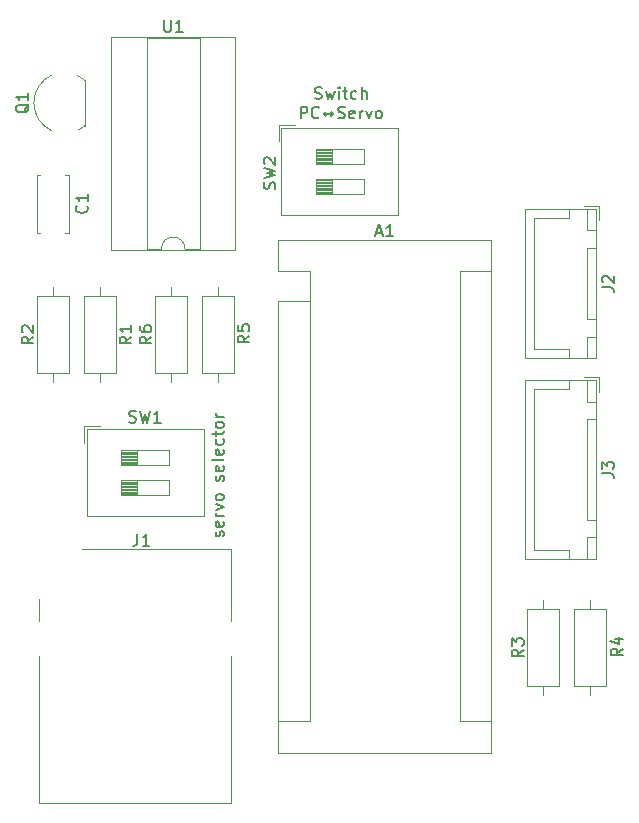
<source format=gto>
G04 #@! TF.GenerationSoftware,KiCad,Pcbnew,(5.1.5)-2*
G04 #@! TF.CreationDate,2020-02-28T16:04:00+09:00*
G04 #@! TF.ProjectId,circuit_master_ver.2.0.0,63697263-7569-4745-9f6d-61737465725f,rev?*
G04 #@! TF.SameCoordinates,Original*
G04 #@! TF.FileFunction,Legend,Top*
G04 #@! TF.FilePolarity,Positive*
%FSLAX46Y46*%
G04 Gerber Fmt 4.6, Leading zero omitted, Abs format (unit mm)*
G04 Created by KiCad (PCBNEW (5.1.5)-2) date 2020-02-28 16:04:00*
%MOMM*%
%LPD*%
G04 APERTURE LIST*
%ADD10C,0.150000*%
%ADD11C,0.120000*%
G04 APERTURE END LIST*
D10*
X53404761Y-155666666D02*
X53452380Y-155571428D01*
X53452380Y-155380952D01*
X53404761Y-155285714D01*
X53309523Y-155238095D01*
X53261904Y-155238095D01*
X53166666Y-155285714D01*
X53119047Y-155380952D01*
X53119047Y-155523809D01*
X53071428Y-155619047D01*
X52976190Y-155666666D01*
X52928571Y-155666666D01*
X52833333Y-155619047D01*
X52785714Y-155523809D01*
X52785714Y-155380952D01*
X52833333Y-155285714D01*
X53404761Y-154428571D02*
X53452380Y-154523809D01*
X53452380Y-154714285D01*
X53404761Y-154809523D01*
X53309523Y-154857142D01*
X52928571Y-154857142D01*
X52833333Y-154809523D01*
X52785714Y-154714285D01*
X52785714Y-154523809D01*
X52833333Y-154428571D01*
X52928571Y-154380952D01*
X53023809Y-154380952D01*
X53119047Y-154857142D01*
X53452380Y-153952380D02*
X52785714Y-153952380D01*
X52976190Y-153952380D02*
X52880952Y-153904761D01*
X52833333Y-153857142D01*
X52785714Y-153761904D01*
X52785714Y-153666666D01*
X52785714Y-153428571D02*
X53452380Y-153190476D01*
X52785714Y-152952380D01*
X53452380Y-152428571D02*
X53404761Y-152523809D01*
X53357142Y-152571428D01*
X53261904Y-152619047D01*
X52976190Y-152619047D01*
X52880952Y-152571428D01*
X52833333Y-152523809D01*
X52785714Y-152428571D01*
X52785714Y-152285714D01*
X52833333Y-152190476D01*
X52880952Y-152142857D01*
X52976190Y-152095238D01*
X53261904Y-152095238D01*
X53357142Y-152142857D01*
X53404761Y-152190476D01*
X53452380Y-152285714D01*
X53452380Y-152428571D01*
X53404761Y-150952380D02*
X53452380Y-150857142D01*
X53452380Y-150666666D01*
X53404761Y-150571428D01*
X53309523Y-150523809D01*
X53261904Y-150523809D01*
X53166666Y-150571428D01*
X53119047Y-150666666D01*
X53119047Y-150809523D01*
X53071428Y-150904761D01*
X52976190Y-150952380D01*
X52928571Y-150952380D01*
X52833333Y-150904761D01*
X52785714Y-150809523D01*
X52785714Y-150666666D01*
X52833333Y-150571428D01*
X53404761Y-149714285D02*
X53452380Y-149809523D01*
X53452380Y-150000000D01*
X53404761Y-150095238D01*
X53309523Y-150142857D01*
X52928571Y-150142857D01*
X52833333Y-150095238D01*
X52785714Y-150000000D01*
X52785714Y-149809523D01*
X52833333Y-149714285D01*
X52928571Y-149666666D01*
X53023809Y-149666666D01*
X53119047Y-150142857D01*
X53452380Y-149095238D02*
X53404761Y-149190476D01*
X53309523Y-149238095D01*
X52452380Y-149238095D01*
X53404761Y-148333333D02*
X53452380Y-148428571D01*
X53452380Y-148619047D01*
X53404761Y-148714285D01*
X53309523Y-148761904D01*
X52928571Y-148761904D01*
X52833333Y-148714285D01*
X52785714Y-148619047D01*
X52785714Y-148428571D01*
X52833333Y-148333333D01*
X52928571Y-148285714D01*
X53023809Y-148285714D01*
X53119047Y-148761904D01*
X53404761Y-147428571D02*
X53452380Y-147523809D01*
X53452380Y-147714285D01*
X53404761Y-147809523D01*
X53357142Y-147857142D01*
X53261904Y-147904761D01*
X52976190Y-147904761D01*
X52880952Y-147857142D01*
X52833333Y-147809523D01*
X52785714Y-147714285D01*
X52785714Y-147523809D01*
X52833333Y-147428571D01*
X52785714Y-147142857D02*
X52785714Y-146761904D01*
X52452380Y-147000000D02*
X53309523Y-147000000D01*
X53404761Y-146952380D01*
X53452380Y-146857142D01*
X53452380Y-146761904D01*
X53452380Y-146285714D02*
X53404761Y-146380952D01*
X53357142Y-146428571D01*
X53261904Y-146476190D01*
X52976190Y-146476190D01*
X52880952Y-146428571D01*
X52833333Y-146380952D01*
X52785714Y-146285714D01*
X52785714Y-146142857D01*
X52833333Y-146047619D01*
X52880952Y-146000000D01*
X52976190Y-145952380D01*
X53261904Y-145952380D01*
X53357142Y-146000000D01*
X53404761Y-146047619D01*
X53452380Y-146142857D01*
X53452380Y-146285714D01*
X53452380Y-145523809D02*
X52785714Y-145523809D01*
X52976190Y-145523809D02*
X52880952Y-145476190D01*
X52833333Y-145428571D01*
X52785714Y-145333333D01*
X52785714Y-145238095D01*
X61185714Y-118579761D02*
X61328571Y-118627380D01*
X61566666Y-118627380D01*
X61661904Y-118579761D01*
X61709523Y-118532142D01*
X61757142Y-118436904D01*
X61757142Y-118341666D01*
X61709523Y-118246428D01*
X61661904Y-118198809D01*
X61566666Y-118151190D01*
X61376190Y-118103571D01*
X61280952Y-118055952D01*
X61233333Y-118008333D01*
X61185714Y-117913095D01*
X61185714Y-117817857D01*
X61233333Y-117722619D01*
X61280952Y-117675000D01*
X61376190Y-117627380D01*
X61614285Y-117627380D01*
X61757142Y-117675000D01*
X62090476Y-117960714D02*
X62280952Y-118627380D01*
X62471428Y-118151190D01*
X62661904Y-118627380D01*
X62852380Y-117960714D01*
X63233333Y-118627380D02*
X63233333Y-117960714D01*
X63233333Y-117627380D02*
X63185714Y-117675000D01*
X63233333Y-117722619D01*
X63280952Y-117675000D01*
X63233333Y-117627380D01*
X63233333Y-117722619D01*
X63566666Y-117960714D02*
X63947619Y-117960714D01*
X63709523Y-117627380D02*
X63709523Y-118484523D01*
X63757142Y-118579761D01*
X63852380Y-118627380D01*
X63947619Y-118627380D01*
X64709523Y-118579761D02*
X64614285Y-118627380D01*
X64423809Y-118627380D01*
X64328571Y-118579761D01*
X64280952Y-118532142D01*
X64233333Y-118436904D01*
X64233333Y-118151190D01*
X64280952Y-118055952D01*
X64328571Y-118008333D01*
X64423809Y-117960714D01*
X64614285Y-117960714D01*
X64709523Y-118008333D01*
X65138095Y-118627380D02*
X65138095Y-117627380D01*
X65566666Y-118627380D02*
X65566666Y-118103571D01*
X65519047Y-118008333D01*
X65423809Y-117960714D01*
X65280952Y-117960714D01*
X65185714Y-118008333D01*
X65138095Y-118055952D01*
X59971428Y-120277380D02*
X59971428Y-119277380D01*
X60352380Y-119277380D01*
X60447619Y-119325000D01*
X60495238Y-119372619D01*
X60542857Y-119467857D01*
X60542857Y-119610714D01*
X60495238Y-119705952D01*
X60447619Y-119753571D01*
X60352380Y-119801190D01*
X59971428Y-119801190D01*
X61542857Y-120182142D02*
X61495238Y-120229761D01*
X61352380Y-120277380D01*
X61257142Y-120277380D01*
X61114285Y-120229761D01*
X61019047Y-120134523D01*
X60971428Y-120039285D01*
X60923809Y-119848809D01*
X60923809Y-119705952D01*
X60971428Y-119515476D01*
X61019047Y-119420238D01*
X61114285Y-119325000D01*
X61257142Y-119277380D01*
X61352380Y-119277380D01*
X61495238Y-119325000D01*
X61542857Y-119372619D01*
X61971428Y-119896428D02*
X62733333Y-119896428D01*
X62542857Y-120086904D02*
X62733333Y-119896428D01*
X62542857Y-119705952D01*
X62161904Y-119705952D02*
X61971428Y-119896428D01*
X62161904Y-120086904D01*
X63161904Y-120229761D02*
X63304761Y-120277380D01*
X63542857Y-120277380D01*
X63638095Y-120229761D01*
X63685714Y-120182142D01*
X63733333Y-120086904D01*
X63733333Y-119991666D01*
X63685714Y-119896428D01*
X63638095Y-119848809D01*
X63542857Y-119801190D01*
X63352380Y-119753571D01*
X63257142Y-119705952D01*
X63209523Y-119658333D01*
X63161904Y-119563095D01*
X63161904Y-119467857D01*
X63209523Y-119372619D01*
X63257142Y-119325000D01*
X63352380Y-119277380D01*
X63590476Y-119277380D01*
X63733333Y-119325000D01*
X64542857Y-120229761D02*
X64447619Y-120277380D01*
X64257142Y-120277380D01*
X64161904Y-120229761D01*
X64114285Y-120134523D01*
X64114285Y-119753571D01*
X64161904Y-119658333D01*
X64257142Y-119610714D01*
X64447619Y-119610714D01*
X64542857Y-119658333D01*
X64590476Y-119753571D01*
X64590476Y-119848809D01*
X64114285Y-119944047D01*
X65019047Y-120277380D02*
X65019047Y-119610714D01*
X65019047Y-119801190D02*
X65066666Y-119705952D01*
X65114285Y-119658333D01*
X65209523Y-119610714D01*
X65304761Y-119610714D01*
X65542857Y-119610714D02*
X65780952Y-120277380D01*
X66019047Y-119610714D01*
X66542857Y-120277380D02*
X66447619Y-120229761D01*
X66400000Y-120182142D01*
X66352380Y-120086904D01*
X66352380Y-119801190D01*
X66400000Y-119705952D01*
X66447619Y-119658333D01*
X66542857Y-119610714D01*
X66685714Y-119610714D01*
X66780952Y-119658333D01*
X66828571Y-119705952D01*
X66876190Y-119801190D01*
X66876190Y-120086904D01*
X66828571Y-120182142D01*
X66780952Y-120229761D01*
X66685714Y-120277380D01*
X66542857Y-120277380D01*
D11*
X60770000Y-135770000D02*
X60770000Y-133230000D01*
X60770000Y-133230000D02*
X58100000Y-133230000D01*
X58100000Y-135770000D02*
X58100000Y-174000000D01*
X58100000Y-130560000D02*
X58100000Y-133230000D01*
X73470000Y-133230000D02*
X76140000Y-133230000D01*
X73470000Y-133230000D02*
X73470000Y-171330000D01*
X73470000Y-171330000D02*
X76140000Y-171330000D01*
X60770000Y-135770000D02*
X58100000Y-135770000D01*
X60770000Y-135770000D02*
X60770000Y-171330000D01*
X60770000Y-171330000D02*
X58100000Y-171330000D01*
X58100000Y-174000000D02*
X76140000Y-174000000D01*
X76140000Y-174000000D02*
X76140000Y-130560000D01*
X76140000Y-130560000D02*
X58100000Y-130560000D01*
X40370000Y-125030000D02*
X40370000Y-129970000D01*
X37630000Y-125030000D02*
X37630000Y-129970000D01*
X40370000Y-125030000D02*
X40055000Y-125030000D01*
X37945000Y-125030000D02*
X37630000Y-125030000D01*
X40370000Y-129970000D02*
X40055000Y-129970000D01*
X37945000Y-129970000D02*
X37630000Y-129970000D01*
X41500000Y-156690000D02*
X54060000Y-156690000D01*
X54060000Y-156690000D02*
X54060000Y-162810000D01*
X37830000Y-161000000D02*
X37830000Y-162810000D01*
X37830000Y-165800000D02*
X37830000Y-178210000D01*
X54060000Y-178210000D02*
X37830000Y-178210000D01*
X54060000Y-165790000D02*
X54060000Y-178210000D01*
X84960000Y-127940000D02*
X78990000Y-127940000D01*
X78990000Y-127940000D02*
X78990000Y-140560000D01*
X78990000Y-140560000D02*
X84960000Y-140560000D01*
X84960000Y-140560000D02*
X84960000Y-127940000D01*
X84950000Y-131250000D02*
X84200000Y-131250000D01*
X84200000Y-131250000D02*
X84200000Y-137250000D01*
X84200000Y-137250000D02*
X84950000Y-137250000D01*
X84950000Y-137250000D02*
X84950000Y-131250000D01*
X84950000Y-127950000D02*
X84200000Y-127950000D01*
X84200000Y-127950000D02*
X84200000Y-129750000D01*
X84200000Y-129750000D02*
X84950000Y-129750000D01*
X84950000Y-129750000D02*
X84950000Y-127950000D01*
X84950000Y-138750000D02*
X84200000Y-138750000D01*
X84200000Y-138750000D02*
X84200000Y-140550000D01*
X84200000Y-140550000D02*
X84950000Y-140550000D01*
X84950000Y-140550000D02*
X84950000Y-138750000D01*
X82700000Y-127950000D02*
X82700000Y-128700000D01*
X82700000Y-128700000D02*
X79750000Y-128700000D01*
X79750000Y-128700000D02*
X79750000Y-134250000D01*
X82700000Y-140550000D02*
X82700000Y-139800000D01*
X82700000Y-139800000D02*
X79750000Y-139800000D01*
X79750000Y-139800000D02*
X79750000Y-134250000D01*
X85250000Y-128900000D02*
X85250000Y-127650000D01*
X85250000Y-127650000D02*
X84000000Y-127650000D01*
X84960000Y-142440000D02*
X78990000Y-142440000D01*
X78990000Y-142440000D02*
X78990000Y-157560000D01*
X78990000Y-157560000D02*
X84960000Y-157560000D01*
X84960000Y-157560000D02*
X84960000Y-142440000D01*
X84950000Y-145750000D02*
X84200000Y-145750000D01*
X84200000Y-145750000D02*
X84200000Y-154250000D01*
X84200000Y-154250000D02*
X84950000Y-154250000D01*
X84950000Y-154250000D02*
X84950000Y-145750000D01*
X84950000Y-142450000D02*
X84200000Y-142450000D01*
X84200000Y-142450000D02*
X84200000Y-144250000D01*
X84200000Y-144250000D02*
X84950000Y-144250000D01*
X84950000Y-144250000D02*
X84950000Y-142450000D01*
X84950000Y-155750000D02*
X84200000Y-155750000D01*
X84200000Y-155750000D02*
X84200000Y-157550000D01*
X84200000Y-157550000D02*
X84950000Y-157550000D01*
X84950000Y-157550000D02*
X84950000Y-155750000D01*
X82700000Y-142450000D02*
X82700000Y-143200000D01*
X82700000Y-143200000D02*
X79750000Y-143200000D01*
X79750000Y-143200000D02*
X79750000Y-150000000D01*
X82700000Y-157550000D02*
X82700000Y-156800000D01*
X82700000Y-156800000D02*
X79750000Y-156800000D01*
X79750000Y-156800000D02*
X79750000Y-150000000D01*
X85250000Y-143400000D02*
X85250000Y-142150000D01*
X85250000Y-142150000D02*
X84000000Y-142150000D01*
X41700000Y-120900000D02*
X41700000Y-117050000D01*
X41122045Y-121282631D02*
G75*
G03X41700000Y-120900000I-1122045J2322631D01*
G01*
X38901193Y-121316400D02*
G75*
G02X37400000Y-118960000I1098807J2356400D01*
G01*
X38901193Y-116603600D02*
G75*
G03X37400000Y-118960000I1098807J-2356400D01*
G01*
X41112264Y-116657617D02*
G75*
G02X41700000Y-117050000I-1112264J-2302383D01*
G01*
X41630000Y-141850000D02*
X44370000Y-141850000D01*
X44370000Y-141850000D02*
X44370000Y-135310000D01*
X44370000Y-135310000D02*
X41630000Y-135310000D01*
X41630000Y-135310000D02*
X41630000Y-141850000D01*
X43000000Y-142620000D02*
X43000000Y-141850000D01*
X43000000Y-134540000D02*
X43000000Y-135310000D01*
X39000000Y-134540000D02*
X39000000Y-135310000D01*
X39000000Y-142620000D02*
X39000000Y-141850000D01*
X37630000Y-135310000D02*
X37630000Y-141850000D01*
X40370000Y-135310000D02*
X37630000Y-135310000D01*
X40370000Y-141850000D02*
X40370000Y-135310000D01*
X37630000Y-141850000D02*
X40370000Y-141850000D01*
X80500000Y-169120000D02*
X80500000Y-168350000D01*
X80500000Y-161040000D02*
X80500000Y-161810000D01*
X81870000Y-168350000D02*
X81870000Y-161810000D01*
X79130000Y-168350000D02*
X81870000Y-168350000D01*
X79130000Y-161810000D02*
X79130000Y-168350000D01*
X81870000Y-161810000D02*
X79130000Y-161810000D01*
X83130000Y-168350000D02*
X85870000Y-168350000D01*
X85870000Y-168350000D02*
X85870000Y-161810000D01*
X85870000Y-161810000D02*
X83130000Y-161810000D01*
X83130000Y-161810000D02*
X83130000Y-168350000D01*
X84500000Y-169120000D02*
X84500000Y-168350000D01*
X84500000Y-161040000D02*
X84500000Y-161810000D01*
X53000000Y-134540000D02*
X53000000Y-135310000D01*
X53000000Y-142620000D02*
X53000000Y-141850000D01*
X51630000Y-135310000D02*
X51630000Y-141850000D01*
X54370000Y-135310000D02*
X51630000Y-135310000D01*
X54370000Y-141850000D02*
X54370000Y-135310000D01*
X51630000Y-141850000D02*
X54370000Y-141850000D01*
X50370000Y-135310000D02*
X47630000Y-135310000D01*
X47630000Y-135310000D02*
X47630000Y-141850000D01*
X47630000Y-141850000D02*
X50370000Y-141850000D01*
X50370000Y-141850000D02*
X50370000Y-135310000D01*
X49000000Y-134540000D02*
X49000000Y-135310000D01*
X49000000Y-142620000D02*
X49000000Y-141850000D01*
X41860000Y-146580000D02*
X51760000Y-146580000D01*
X41860000Y-153960000D02*
X51760000Y-153960000D01*
X41860000Y-146580000D02*
X41860000Y-153960000D01*
X51760000Y-146580000D02*
X51760000Y-153960000D01*
X41620000Y-146340000D02*
X43004000Y-146340000D01*
X41620000Y-146340000D02*
X41620000Y-147723000D01*
X44780000Y-148365000D02*
X44780000Y-149635000D01*
X44780000Y-149635000D02*
X48840000Y-149635000D01*
X48840000Y-149635000D02*
X48840000Y-148365000D01*
X48840000Y-148365000D02*
X44780000Y-148365000D01*
X44780000Y-148485000D02*
X46133333Y-148485000D01*
X44780000Y-148605000D02*
X46133333Y-148605000D01*
X44780000Y-148725000D02*
X46133333Y-148725000D01*
X44780000Y-148845000D02*
X46133333Y-148845000D01*
X44780000Y-148965000D02*
X46133333Y-148965000D01*
X44780000Y-149085000D02*
X46133333Y-149085000D01*
X44780000Y-149205000D02*
X46133333Y-149205000D01*
X44780000Y-149325000D02*
X46133333Y-149325000D01*
X44780000Y-149445000D02*
X46133333Y-149445000D01*
X44780000Y-149565000D02*
X46133333Y-149565000D01*
X46133333Y-148365000D02*
X46133333Y-149635000D01*
X44780000Y-150905000D02*
X44780000Y-152175000D01*
X44780000Y-152175000D02*
X48840000Y-152175000D01*
X48840000Y-152175000D02*
X48840000Y-150905000D01*
X48840000Y-150905000D02*
X44780000Y-150905000D01*
X44780000Y-151025000D02*
X46133333Y-151025000D01*
X44780000Y-151145000D02*
X46133333Y-151145000D01*
X44780000Y-151265000D02*
X46133333Y-151265000D01*
X44780000Y-151385000D02*
X46133333Y-151385000D01*
X44780000Y-151505000D02*
X46133333Y-151505000D01*
X44780000Y-151625000D02*
X46133333Y-151625000D01*
X44780000Y-151745000D02*
X46133333Y-151745000D01*
X44780000Y-151865000D02*
X46133333Y-151865000D01*
X44780000Y-151985000D02*
X46133333Y-151985000D01*
X44780000Y-152105000D02*
X46133333Y-152105000D01*
X46133333Y-150905000D02*
X46133333Y-152175000D01*
X62633333Y-125405000D02*
X62633333Y-126675000D01*
X61280000Y-126605000D02*
X62633333Y-126605000D01*
X61280000Y-126485000D02*
X62633333Y-126485000D01*
X61280000Y-126365000D02*
X62633333Y-126365000D01*
X61280000Y-126245000D02*
X62633333Y-126245000D01*
X61280000Y-126125000D02*
X62633333Y-126125000D01*
X61280000Y-126005000D02*
X62633333Y-126005000D01*
X61280000Y-125885000D02*
X62633333Y-125885000D01*
X61280000Y-125765000D02*
X62633333Y-125765000D01*
X61280000Y-125645000D02*
X62633333Y-125645000D01*
X61280000Y-125525000D02*
X62633333Y-125525000D01*
X65340000Y-125405000D02*
X61280000Y-125405000D01*
X65340000Y-126675000D02*
X65340000Y-125405000D01*
X61280000Y-126675000D02*
X65340000Y-126675000D01*
X61280000Y-125405000D02*
X61280000Y-126675000D01*
X62633333Y-122865000D02*
X62633333Y-124135000D01*
X61280000Y-124065000D02*
X62633333Y-124065000D01*
X61280000Y-123945000D02*
X62633333Y-123945000D01*
X61280000Y-123825000D02*
X62633333Y-123825000D01*
X61280000Y-123705000D02*
X62633333Y-123705000D01*
X61280000Y-123585000D02*
X62633333Y-123585000D01*
X61280000Y-123465000D02*
X62633333Y-123465000D01*
X61280000Y-123345000D02*
X62633333Y-123345000D01*
X61280000Y-123225000D02*
X62633333Y-123225000D01*
X61280000Y-123105000D02*
X62633333Y-123105000D01*
X61280000Y-122985000D02*
X62633333Y-122985000D01*
X65340000Y-122865000D02*
X61280000Y-122865000D01*
X65340000Y-124135000D02*
X65340000Y-122865000D01*
X61280000Y-124135000D02*
X65340000Y-124135000D01*
X61280000Y-122865000D02*
X61280000Y-124135000D01*
X58120000Y-120840000D02*
X58120000Y-122223000D01*
X58120000Y-120840000D02*
X59504000Y-120840000D01*
X68260000Y-121080000D02*
X68260000Y-128460000D01*
X58360000Y-121080000D02*
X58360000Y-128460000D01*
X58360000Y-128460000D02*
X68260000Y-128460000D01*
X58360000Y-121080000D02*
X68260000Y-121080000D01*
X48190000Y-131330000D02*
G75*
G02X50190000Y-131330000I1000000J0D01*
G01*
X50190000Y-131330000D02*
X51440000Y-131330000D01*
X51440000Y-131330000D02*
X51440000Y-113430000D01*
X51440000Y-113430000D02*
X46940000Y-113430000D01*
X46940000Y-113430000D02*
X46940000Y-131330000D01*
X46940000Y-131330000D02*
X48190000Y-131330000D01*
X54440000Y-131390000D02*
X54440000Y-113370000D01*
X54440000Y-113370000D02*
X43940000Y-113370000D01*
X43940000Y-113370000D02*
X43940000Y-131390000D01*
X43940000Y-131390000D02*
X54440000Y-131390000D01*
D10*
X66385714Y-129966666D02*
X66861904Y-129966666D01*
X66290476Y-130252380D02*
X66623809Y-129252380D01*
X66957142Y-130252380D01*
X67814285Y-130252380D02*
X67242857Y-130252380D01*
X67528571Y-130252380D02*
X67528571Y-129252380D01*
X67433333Y-129395238D01*
X67338095Y-129490476D01*
X67242857Y-129538095D01*
X41857142Y-127666666D02*
X41904761Y-127714285D01*
X41952380Y-127857142D01*
X41952380Y-127952380D01*
X41904761Y-128095238D01*
X41809523Y-128190476D01*
X41714285Y-128238095D01*
X41523809Y-128285714D01*
X41380952Y-128285714D01*
X41190476Y-128238095D01*
X41095238Y-128190476D01*
X41000000Y-128095238D01*
X40952380Y-127952380D01*
X40952380Y-127857142D01*
X41000000Y-127714285D01*
X41047619Y-127666666D01*
X41952380Y-126714285D02*
X41952380Y-127285714D01*
X41952380Y-127000000D02*
X40952380Y-127000000D01*
X41095238Y-127095238D01*
X41190476Y-127190476D01*
X41238095Y-127285714D01*
X46166666Y-155452380D02*
X46166666Y-156166666D01*
X46119047Y-156309523D01*
X46023809Y-156404761D01*
X45880952Y-156452380D01*
X45785714Y-156452380D01*
X47166666Y-156452380D02*
X46595238Y-156452380D01*
X46880952Y-156452380D02*
X46880952Y-155452380D01*
X46785714Y-155595238D01*
X46690476Y-155690476D01*
X46595238Y-155738095D01*
X85502380Y-134583333D02*
X86216666Y-134583333D01*
X86359523Y-134630952D01*
X86454761Y-134726190D01*
X86502380Y-134869047D01*
X86502380Y-134964285D01*
X85597619Y-134154761D02*
X85550000Y-134107142D01*
X85502380Y-134011904D01*
X85502380Y-133773809D01*
X85550000Y-133678571D01*
X85597619Y-133630952D01*
X85692857Y-133583333D01*
X85788095Y-133583333D01*
X85930952Y-133630952D01*
X86502380Y-134202380D01*
X86502380Y-133583333D01*
X85502380Y-150333333D02*
X86216666Y-150333333D01*
X86359523Y-150380952D01*
X86454761Y-150476190D01*
X86502380Y-150619047D01*
X86502380Y-150714285D01*
X85502380Y-149952380D02*
X85502380Y-149333333D01*
X85883333Y-149666666D01*
X85883333Y-149523809D01*
X85930952Y-149428571D01*
X85978571Y-149380952D01*
X86073809Y-149333333D01*
X86311904Y-149333333D01*
X86407142Y-149380952D01*
X86454761Y-149428571D01*
X86502380Y-149523809D01*
X86502380Y-149809523D01*
X86454761Y-149904761D01*
X86407142Y-149952380D01*
X36987619Y-119055238D02*
X36940000Y-119150476D01*
X36844761Y-119245714D01*
X36701904Y-119388571D01*
X36654285Y-119483809D01*
X36654285Y-119579047D01*
X36892380Y-119531428D02*
X36844761Y-119626666D01*
X36749523Y-119721904D01*
X36559047Y-119769523D01*
X36225714Y-119769523D01*
X36035238Y-119721904D01*
X35940000Y-119626666D01*
X35892380Y-119531428D01*
X35892380Y-119340952D01*
X35940000Y-119245714D01*
X36035238Y-119150476D01*
X36225714Y-119102857D01*
X36559047Y-119102857D01*
X36749523Y-119150476D01*
X36844761Y-119245714D01*
X36892380Y-119340952D01*
X36892380Y-119531428D01*
X36892380Y-118150476D02*
X36892380Y-118721904D01*
X36892380Y-118436190D02*
X35892380Y-118436190D01*
X36035238Y-118531428D01*
X36130476Y-118626666D01*
X36178095Y-118721904D01*
X45652380Y-138746666D02*
X45176190Y-139080000D01*
X45652380Y-139318095D02*
X44652380Y-139318095D01*
X44652380Y-138937142D01*
X44700000Y-138841904D01*
X44747619Y-138794285D01*
X44842857Y-138746666D01*
X44985714Y-138746666D01*
X45080952Y-138794285D01*
X45128571Y-138841904D01*
X45176190Y-138937142D01*
X45176190Y-139318095D01*
X45652380Y-137794285D02*
X45652380Y-138365714D01*
X45652380Y-138080000D02*
X44652380Y-138080000D01*
X44795238Y-138175238D01*
X44890476Y-138270476D01*
X44938095Y-138365714D01*
X37352380Y-138746666D02*
X36876190Y-139080000D01*
X37352380Y-139318095D02*
X36352380Y-139318095D01*
X36352380Y-138937142D01*
X36400000Y-138841904D01*
X36447619Y-138794285D01*
X36542857Y-138746666D01*
X36685714Y-138746666D01*
X36780952Y-138794285D01*
X36828571Y-138841904D01*
X36876190Y-138937142D01*
X36876190Y-139318095D01*
X36447619Y-138365714D02*
X36400000Y-138318095D01*
X36352380Y-138222857D01*
X36352380Y-137984761D01*
X36400000Y-137889523D01*
X36447619Y-137841904D01*
X36542857Y-137794285D01*
X36638095Y-137794285D01*
X36780952Y-137841904D01*
X37352380Y-138413333D01*
X37352380Y-137794285D01*
X78852380Y-165246666D02*
X78376190Y-165580000D01*
X78852380Y-165818095D02*
X77852380Y-165818095D01*
X77852380Y-165437142D01*
X77900000Y-165341904D01*
X77947619Y-165294285D01*
X78042857Y-165246666D01*
X78185714Y-165246666D01*
X78280952Y-165294285D01*
X78328571Y-165341904D01*
X78376190Y-165437142D01*
X78376190Y-165818095D01*
X77852380Y-164913333D02*
X77852380Y-164294285D01*
X78233333Y-164627619D01*
X78233333Y-164484761D01*
X78280952Y-164389523D01*
X78328571Y-164341904D01*
X78423809Y-164294285D01*
X78661904Y-164294285D01*
X78757142Y-164341904D01*
X78804761Y-164389523D01*
X78852380Y-164484761D01*
X78852380Y-164770476D01*
X78804761Y-164865714D01*
X78757142Y-164913333D01*
X87252380Y-165166666D02*
X86776190Y-165500000D01*
X87252380Y-165738095D02*
X86252380Y-165738095D01*
X86252380Y-165357142D01*
X86300000Y-165261904D01*
X86347619Y-165214285D01*
X86442857Y-165166666D01*
X86585714Y-165166666D01*
X86680952Y-165214285D01*
X86728571Y-165261904D01*
X86776190Y-165357142D01*
X86776190Y-165738095D01*
X86585714Y-164309523D02*
X87252380Y-164309523D01*
X86204761Y-164547619D02*
X86919047Y-164785714D01*
X86919047Y-164166666D01*
X55652380Y-138666666D02*
X55176190Y-139000000D01*
X55652380Y-139238095D02*
X54652380Y-139238095D01*
X54652380Y-138857142D01*
X54700000Y-138761904D01*
X54747619Y-138714285D01*
X54842857Y-138666666D01*
X54985714Y-138666666D01*
X55080952Y-138714285D01*
X55128571Y-138761904D01*
X55176190Y-138857142D01*
X55176190Y-139238095D01*
X54652380Y-137761904D02*
X54652380Y-138238095D01*
X55128571Y-138285714D01*
X55080952Y-138238095D01*
X55033333Y-138142857D01*
X55033333Y-137904761D01*
X55080952Y-137809523D01*
X55128571Y-137761904D01*
X55223809Y-137714285D01*
X55461904Y-137714285D01*
X55557142Y-137761904D01*
X55604761Y-137809523D01*
X55652380Y-137904761D01*
X55652380Y-138142857D01*
X55604761Y-138238095D01*
X55557142Y-138285714D01*
X47352380Y-138746666D02*
X46876190Y-139080000D01*
X47352380Y-139318095D02*
X46352380Y-139318095D01*
X46352380Y-138937142D01*
X46400000Y-138841904D01*
X46447619Y-138794285D01*
X46542857Y-138746666D01*
X46685714Y-138746666D01*
X46780952Y-138794285D01*
X46828571Y-138841904D01*
X46876190Y-138937142D01*
X46876190Y-139318095D01*
X46352380Y-137889523D02*
X46352380Y-138080000D01*
X46400000Y-138175238D01*
X46447619Y-138222857D01*
X46590476Y-138318095D01*
X46780952Y-138365714D01*
X47161904Y-138365714D01*
X47257142Y-138318095D01*
X47304761Y-138270476D01*
X47352380Y-138175238D01*
X47352380Y-137984761D01*
X47304761Y-137889523D01*
X47257142Y-137841904D01*
X47161904Y-137794285D01*
X46923809Y-137794285D01*
X46828571Y-137841904D01*
X46780952Y-137889523D01*
X46733333Y-137984761D01*
X46733333Y-138175238D01*
X46780952Y-138270476D01*
X46828571Y-138318095D01*
X46923809Y-138365714D01*
X45476666Y-145984761D02*
X45619523Y-146032380D01*
X45857619Y-146032380D01*
X45952857Y-145984761D01*
X46000476Y-145937142D01*
X46048095Y-145841904D01*
X46048095Y-145746666D01*
X46000476Y-145651428D01*
X45952857Y-145603809D01*
X45857619Y-145556190D01*
X45667142Y-145508571D01*
X45571904Y-145460952D01*
X45524285Y-145413333D01*
X45476666Y-145318095D01*
X45476666Y-145222857D01*
X45524285Y-145127619D01*
X45571904Y-145080000D01*
X45667142Y-145032380D01*
X45905238Y-145032380D01*
X46048095Y-145080000D01*
X46381428Y-145032380D02*
X46619523Y-146032380D01*
X46810000Y-145318095D01*
X47000476Y-146032380D01*
X47238571Y-145032380D01*
X48143333Y-146032380D02*
X47571904Y-146032380D01*
X47857619Y-146032380D02*
X47857619Y-145032380D01*
X47762380Y-145175238D01*
X47667142Y-145270476D01*
X47571904Y-145318095D01*
X57804761Y-126233333D02*
X57852380Y-126090476D01*
X57852380Y-125852380D01*
X57804761Y-125757142D01*
X57757142Y-125709523D01*
X57661904Y-125661904D01*
X57566666Y-125661904D01*
X57471428Y-125709523D01*
X57423809Y-125757142D01*
X57376190Y-125852380D01*
X57328571Y-126042857D01*
X57280952Y-126138095D01*
X57233333Y-126185714D01*
X57138095Y-126233333D01*
X57042857Y-126233333D01*
X56947619Y-126185714D01*
X56900000Y-126138095D01*
X56852380Y-126042857D01*
X56852380Y-125804761D01*
X56900000Y-125661904D01*
X56852380Y-125328571D02*
X57852380Y-125090476D01*
X57138095Y-124900000D01*
X57852380Y-124709523D01*
X56852380Y-124471428D01*
X56947619Y-124138095D02*
X56900000Y-124090476D01*
X56852380Y-123995238D01*
X56852380Y-123757142D01*
X56900000Y-123661904D01*
X56947619Y-123614285D01*
X57042857Y-123566666D01*
X57138095Y-123566666D01*
X57280952Y-123614285D01*
X57852380Y-124185714D01*
X57852380Y-123566666D01*
X48428095Y-111952380D02*
X48428095Y-112761904D01*
X48475714Y-112857142D01*
X48523333Y-112904761D01*
X48618571Y-112952380D01*
X48809047Y-112952380D01*
X48904285Y-112904761D01*
X48951904Y-112857142D01*
X48999523Y-112761904D01*
X48999523Y-111952380D01*
X49999523Y-112952380D02*
X49428095Y-112952380D01*
X49713809Y-112952380D02*
X49713809Y-111952380D01*
X49618571Y-112095238D01*
X49523333Y-112190476D01*
X49428095Y-112238095D01*
M02*

</source>
